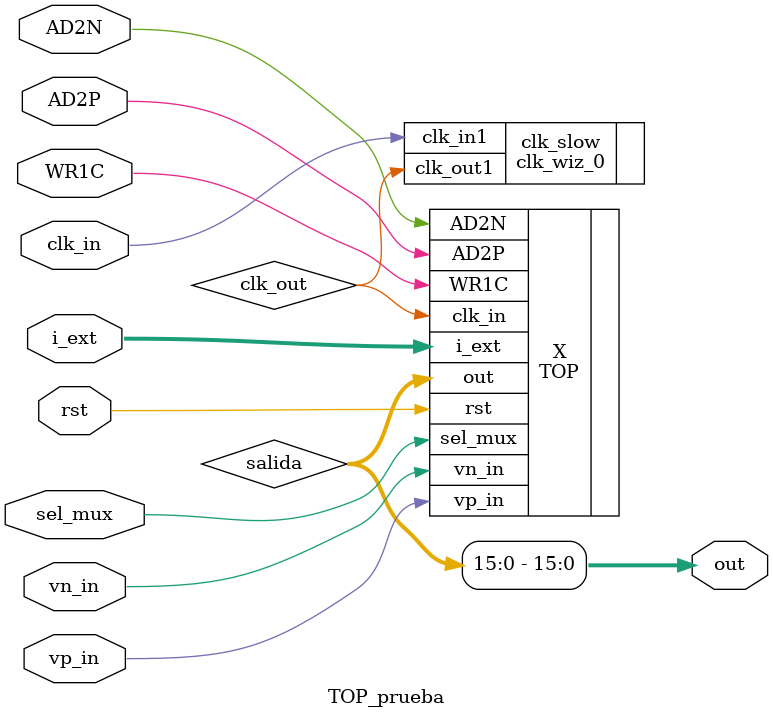
<source format=v>
`timescale 1ns / 1ps


module TOP_prueba(
    input clk_in,
    input rst,
    input WR1C, sel_mux,
    input vp_in, vn_in, AD2N, AD2P,
    input [8:0] i_ext,
    output [15:0] out
    );
    
    wire [31:0] salida;
    
     clk_wiz_0 clk_slow
   (
    // Clock out ports
    .clk_out1(clk_out),     // output clk_out1
   // Clock in ports
    .clk_in1(clk_in)
    ); 
    
    TOP X(
    .clk_in(clk_out),
    .rst(rst),
    .WR1C(WR1C), 
    .sel_mux(sel_mux),
    .vp_in(vp_in), 
    .vn_in(vn_in), 
    .AD2N(AD2N), 
    .AD2P(AD2P),
    .i_ext(i_ext),
    .out(salida)
    );
    
    assign out = salida [15:0];
 
endmodule

</source>
